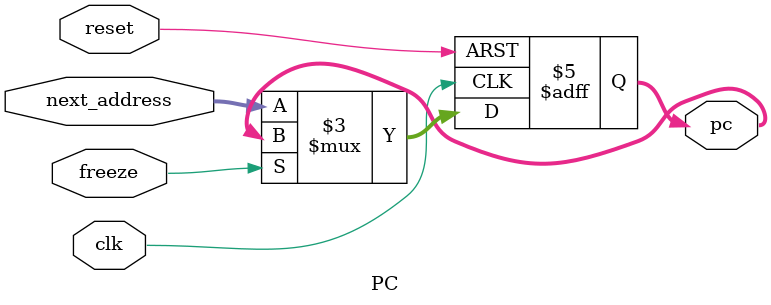
<source format=v>
module PC (
    input clk,                // Clock signal
    input reset,              // Reset signal
    input freeze,             // Freeze signal
    input [31:0] next_address, // Input address for the next value of the PC
    output reg [31:0] pc       // Current value of the PC
);

    // On every clock edge
    always @(posedge clk or posedge reset) begin
        if (reset) begin
            pc <= 32'b0; // Reset the PC to 0
        end else if (!freeze) begin
            pc <= next_address; // Update the PC with the new address if not frozen
        end
        // If freeze is active, retain the current value of pc
    end

endmodule

</source>
